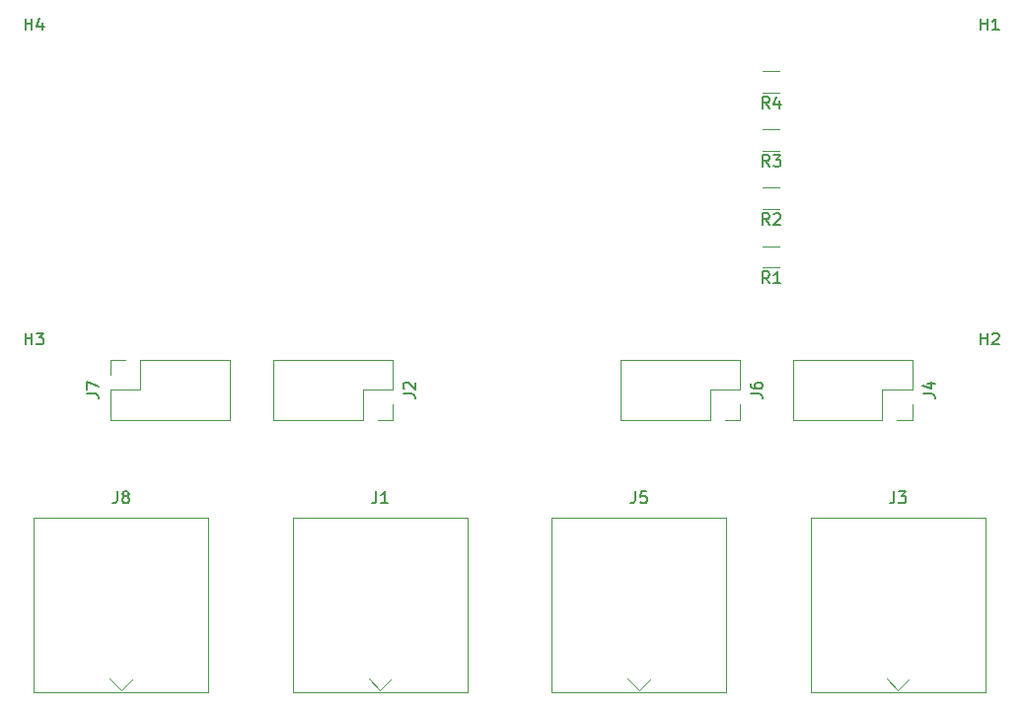
<source format=gbr>
%TF.GenerationSoftware,KiCad,Pcbnew,(6.0.0)*%
%TF.CreationDate,2022-09-15T20:56:53-04:00*%
%TF.ProjectId,Load_PCB_KiCAD,4c6f6164-5f50-4434-925f-4b694341442e,rev?*%
%TF.SameCoordinates,Original*%
%TF.FileFunction,Legend,Top*%
%TF.FilePolarity,Positive*%
%FSLAX46Y46*%
G04 Gerber Fmt 4.6, Leading zero omitted, Abs format (unit mm)*
G04 Created by KiCad (PCBNEW (6.0.0)) date 2022-09-15 20:56:53*
%MOMM*%
%LPD*%
G01*
G04 APERTURE LIST*
%ADD10C,0.150000*%
%ADD11C,0.120000*%
G04 APERTURE END LIST*
D10*
%TO.C,H4*%
X78238095Y-62252380D02*
X78238095Y-61252380D01*
X78238095Y-61728571D02*
X78809523Y-61728571D01*
X78809523Y-62252380D02*
X78809523Y-61252380D01*
X79714285Y-61585714D02*
X79714285Y-62252380D01*
X79476190Y-61204761D02*
X79238095Y-61919047D01*
X79857142Y-61919047D01*
%TO.C,H3*%
X78238095Y-89252380D02*
X78238095Y-88252380D01*
X78238095Y-88728571D02*
X78809523Y-88728571D01*
X78809523Y-89252380D02*
X78809523Y-88252380D01*
X79190476Y-88252380D02*
X79809523Y-88252380D01*
X79476190Y-88633333D01*
X79619047Y-88633333D01*
X79714285Y-88680952D01*
X79761904Y-88728571D01*
X79809523Y-88823809D01*
X79809523Y-89061904D01*
X79761904Y-89157142D01*
X79714285Y-89204761D01*
X79619047Y-89252380D01*
X79333333Y-89252380D01*
X79238095Y-89204761D01*
X79190476Y-89157142D01*
%TO.C,H2*%
X160238095Y-89252380D02*
X160238095Y-88252380D01*
X160238095Y-88728571D02*
X160809523Y-88728571D01*
X160809523Y-89252380D02*
X160809523Y-88252380D01*
X161238095Y-88347619D02*
X161285714Y-88300000D01*
X161380952Y-88252380D01*
X161619047Y-88252380D01*
X161714285Y-88300000D01*
X161761904Y-88347619D01*
X161809523Y-88442857D01*
X161809523Y-88538095D01*
X161761904Y-88680952D01*
X161190476Y-89252380D01*
X161809523Y-89252380D01*
%TO.C,H1*%
X160238095Y-62252380D02*
X160238095Y-61252380D01*
X160238095Y-61728571D02*
X160809523Y-61728571D01*
X160809523Y-62252380D02*
X160809523Y-61252380D01*
X161809523Y-62252380D02*
X161238095Y-62252380D01*
X161523809Y-62252380D02*
X161523809Y-61252380D01*
X161428571Y-61395238D01*
X161333333Y-61490476D01*
X161238095Y-61538095D01*
%TO.C,J3*%
X152811666Y-101872380D02*
X152811666Y-102586666D01*
X152764047Y-102729523D01*
X152668809Y-102824761D01*
X152525952Y-102872380D01*
X152430714Y-102872380D01*
X153192619Y-101872380D02*
X153811666Y-101872380D01*
X153478333Y-102253333D01*
X153621190Y-102253333D01*
X153716428Y-102300952D01*
X153764047Y-102348571D01*
X153811666Y-102443809D01*
X153811666Y-102681904D01*
X153764047Y-102777142D01*
X153716428Y-102824761D01*
X153621190Y-102872380D01*
X153335476Y-102872380D01*
X153240238Y-102824761D01*
X153192619Y-102777142D01*
%TO.C,R4*%
X142103333Y-68982380D02*
X141770000Y-68506190D01*
X141531904Y-68982380D02*
X141531904Y-67982380D01*
X141912857Y-67982380D01*
X142008095Y-68030000D01*
X142055714Y-68077619D01*
X142103333Y-68172857D01*
X142103333Y-68315714D01*
X142055714Y-68410952D01*
X142008095Y-68458571D01*
X141912857Y-68506190D01*
X141531904Y-68506190D01*
X142960476Y-68315714D02*
X142960476Y-68982380D01*
X142722380Y-67934761D02*
X142484285Y-68649047D01*
X143103333Y-68649047D01*
%TO.C,R3*%
X142103333Y-73982380D02*
X141770000Y-73506190D01*
X141531904Y-73982380D02*
X141531904Y-72982380D01*
X141912857Y-72982380D01*
X142008095Y-73030000D01*
X142055714Y-73077619D01*
X142103333Y-73172857D01*
X142103333Y-73315714D01*
X142055714Y-73410952D01*
X142008095Y-73458571D01*
X141912857Y-73506190D01*
X141531904Y-73506190D01*
X142436666Y-72982380D02*
X143055714Y-72982380D01*
X142722380Y-73363333D01*
X142865238Y-73363333D01*
X142960476Y-73410952D01*
X143008095Y-73458571D01*
X143055714Y-73553809D01*
X143055714Y-73791904D01*
X143008095Y-73887142D01*
X142960476Y-73934761D01*
X142865238Y-73982380D01*
X142579523Y-73982380D01*
X142484285Y-73934761D01*
X142436666Y-73887142D01*
%TO.C,R2*%
X142103333Y-78982380D02*
X141770000Y-78506190D01*
X141531904Y-78982380D02*
X141531904Y-77982380D01*
X141912857Y-77982380D01*
X142008095Y-78030000D01*
X142055714Y-78077619D01*
X142103333Y-78172857D01*
X142103333Y-78315714D01*
X142055714Y-78410952D01*
X142008095Y-78458571D01*
X141912857Y-78506190D01*
X141531904Y-78506190D01*
X142484285Y-78077619D02*
X142531904Y-78030000D01*
X142627142Y-77982380D01*
X142865238Y-77982380D01*
X142960476Y-78030000D01*
X143008095Y-78077619D01*
X143055714Y-78172857D01*
X143055714Y-78268095D01*
X143008095Y-78410952D01*
X142436666Y-78982380D01*
X143055714Y-78982380D01*
%TO.C,R1*%
X142103333Y-83982380D02*
X141770000Y-83506190D01*
X141531904Y-83982380D02*
X141531904Y-82982380D01*
X141912857Y-82982380D01*
X142008095Y-83030000D01*
X142055714Y-83077619D01*
X142103333Y-83172857D01*
X142103333Y-83315714D01*
X142055714Y-83410952D01*
X142008095Y-83458571D01*
X141912857Y-83506190D01*
X141531904Y-83506190D01*
X143055714Y-83982380D02*
X142484285Y-83982380D01*
X142770000Y-83982380D02*
X142770000Y-82982380D01*
X142674761Y-83125238D01*
X142579523Y-83220476D01*
X142484285Y-83268095D01*
%TO.C,J8*%
X86136666Y-101872380D02*
X86136666Y-102586666D01*
X86089047Y-102729523D01*
X85993809Y-102824761D01*
X85850952Y-102872380D01*
X85755714Y-102872380D01*
X86755714Y-102300952D02*
X86660476Y-102253333D01*
X86612857Y-102205714D01*
X86565238Y-102110476D01*
X86565238Y-102062857D01*
X86612857Y-101967619D01*
X86660476Y-101920000D01*
X86755714Y-101872380D01*
X86946190Y-101872380D01*
X87041428Y-101920000D01*
X87089047Y-101967619D01*
X87136666Y-102062857D01*
X87136666Y-102110476D01*
X87089047Y-102205714D01*
X87041428Y-102253333D01*
X86946190Y-102300952D01*
X86755714Y-102300952D01*
X86660476Y-102348571D01*
X86612857Y-102396190D01*
X86565238Y-102491428D01*
X86565238Y-102681904D01*
X86612857Y-102777142D01*
X86660476Y-102824761D01*
X86755714Y-102872380D01*
X86946190Y-102872380D01*
X87041428Y-102824761D01*
X87089047Y-102777142D01*
X87136666Y-102681904D01*
X87136666Y-102491428D01*
X87089047Y-102396190D01*
X87041428Y-102348571D01*
X86946190Y-102300952D01*
%TO.C,J7*%
X83532380Y-93483333D02*
X84246666Y-93483333D01*
X84389523Y-93530952D01*
X84484761Y-93626190D01*
X84532380Y-93769047D01*
X84532380Y-93864285D01*
X83532380Y-93102380D02*
X83532380Y-92435714D01*
X84532380Y-92864285D01*
%TO.C,J6*%
X140492380Y-93483333D02*
X141206666Y-93483333D01*
X141349523Y-93530952D01*
X141444761Y-93626190D01*
X141492380Y-93769047D01*
X141492380Y-93864285D01*
X140492380Y-92578571D02*
X140492380Y-92769047D01*
X140540000Y-92864285D01*
X140587619Y-92911904D01*
X140730476Y-93007142D01*
X140920952Y-93054761D01*
X141301904Y-93054761D01*
X141397142Y-93007142D01*
X141444761Y-92959523D01*
X141492380Y-92864285D01*
X141492380Y-92673809D01*
X141444761Y-92578571D01*
X141397142Y-92530952D01*
X141301904Y-92483333D01*
X141063809Y-92483333D01*
X140968571Y-92530952D01*
X140920952Y-92578571D01*
X140873333Y-92673809D01*
X140873333Y-92864285D01*
X140920952Y-92959523D01*
X140968571Y-93007142D01*
X141063809Y-93054761D01*
%TO.C,J5*%
X130586666Y-101872380D02*
X130586666Y-102586666D01*
X130539047Y-102729523D01*
X130443809Y-102824761D01*
X130300952Y-102872380D01*
X130205714Y-102872380D01*
X131539047Y-101872380D02*
X131062857Y-101872380D01*
X131015238Y-102348571D01*
X131062857Y-102300952D01*
X131158095Y-102253333D01*
X131396190Y-102253333D01*
X131491428Y-102300952D01*
X131539047Y-102348571D01*
X131586666Y-102443809D01*
X131586666Y-102681904D01*
X131539047Y-102777142D01*
X131491428Y-102824761D01*
X131396190Y-102872380D01*
X131158095Y-102872380D01*
X131062857Y-102824761D01*
X131015238Y-102777142D01*
%TO.C,J4*%
X155292380Y-93483333D02*
X156006666Y-93483333D01*
X156149523Y-93530952D01*
X156244761Y-93626190D01*
X156292380Y-93769047D01*
X156292380Y-93864285D01*
X155625714Y-92578571D02*
X156292380Y-92578571D01*
X155244761Y-92816666D02*
X155959047Y-93054761D01*
X155959047Y-92435714D01*
%TO.C,J2*%
X110692380Y-93483333D02*
X111406666Y-93483333D01*
X111549523Y-93530952D01*
X111644761Y-93626190D01*
X111692380Y-93769047D01*
X111692380Y-93864285D01*
X110787619Y-93054761D02*
X110740000Y-93007142D01*
X110692380Y-92911904D01*
X110692380Y-92673809D01*
X110740000Y-92578571D01*
X110787619Y-92530952D01*
X110882857Y-92483333D01*
X110978095Y-92483333D01*
X111120952Y-92530952D01*
X111692380Y-93102380D01*
X111692380Y-92483333D01*
%TO.C,J1*%
X108361666Y-101872380D02*
X108361666Y-102586666D01*
X108314047Y-102729523D01*
X108218809Y-102824761D01*
X108075952Y-102872380D01*
X107980714Y-102872380D01*
X109361666Y-102872380D02*
X108790238Y-102872380D01*
X109075952Y-102872380D02*
X109075952Y-101872380D01*
X108980714Y-102015238D01*
X108885476Y-102110476D01*
X108790238Y-102158095D01*
D11*
%TO.C,J3*%
X153145000Y-118920000D02*
X152145000Y-117920000D01*
X153145000Y-118920000D02*
X154145000Y-117920000D01*
X160645000Y-104120000D02*
X160645000Y-119120000D01*
X145645000Y-104120000D02*
X160645000Y-104120000D01*
X145645000Y-119120000D02*
X145645000Y-104120000D01*
X160645000Y-119120000D02*
X145645000Y-119120000D01*
%TO.C,R4*%
X142997064Y-67620000D02*
X141542936Y-67620000D01*
X142997064Y-65800000D02*
X141542936Y-65800000D01*
%TO.C,R3*%
X142997064Y-70800000D02*
X141542936Y-70800000D01*
X142997064Y-72620000D02*
X141542936Y-72620000D01*
%TO.C,R2*%
X142997064Y-75800000D02*
X141542936Y-75800000D01*
X142997064Y-77620000D02*
X141542936Y-77620000D01*
%TO.C,R1*%
X142997064Y-82620000D02*
X141542936Y-82620000D01*
X142997064Y-80800000D02*
X141542936Y-80800000D01*
%TO.C,J8*%
X93970000Y-119120000D02*
X78970000Y-119120000D01*
X78970000Y-119120000D02*
X78970000Y-104120000D01*
X78970000Y-104120000D02*
X93970000Y-104120000D01*
X93970000Y-104120000D02*
X93970000Y-119120000D01*
X86470000Y-118920000D02*
X87470000Y-117920000D01*
X86470000Y-118920000D02*
X85470000Y-117920000D01*
%TO.C,J7*%
X85520000Y-95750000D02*
X85520000Y-93150000D01*
X85520000Y-95750000D02*
X95800000Y-95750000D01*
X95800000Y-95750000D02*
X95800000Y-90550000D01*
X88120000Y-90550000D02*
X95800000Y-90550000D01*
X88120000Y-93150000D02*
X88120000Y-90550000D01*
X85520000Y-93150000D02*
X88120000Y-93150000D01*
X85520000Y-90550000D02*
X86850000Y-90550000D01*
X85520000Y-91880000D02*
X85520000Y-90550000D01*
%TO.C,J6*%
X139600000Y-90550000D02*
X139600000Y-93150000D01*
X139600000Y-90550000D02*
X129320000Y-90550000D01*
X129320000Y-90550000D02*
X129320000Y-95750000D01*
X137000000Y-95750000D02*
X129320000Y-95750000D01*
X137000000Y-93150000D02*
X137000000Y-95750000D01*
X139600000Y-93150000D02*
X137000000Y-93150000D01*
X139600000Y-95750000D02*
X138270000Y-95750000D01*
X139600000Y-94420000D02*
X139600000Y-95750000D01*
%TO.C,J5*%
X138420000Y-119120000D02*
X123420000Y-119120000D01*
X123420000Y-119120000D02*
X123420000Y-104120000D01*
X123420000Y-104120000D02*
X138420000Y-104120000D01*
X138420000Y-104120000D02*
X138420000Y-119120000D01*
X130920000Y-118920000D02*
X131920000Y-117920000D01*
X130920000Y-118920000D02*
X129920000Y-117920000D01*
%TO.C,J4*%
X154400000Y-90550000D02*
X154400000Y-93150000D01*
X154400000Y-90550000D02*
X144120000Y-90550000D01*
X144120000Y-90550000D02*
X144120000Y-95750000D01*
X151800000Y-95750000D02*
X144120000Y-95750000D01*
X151800000Y-93150000D02*
X151800000Y-95750000D01*
X154400000Y-93150000D02*
X151800000Y-93150000D01*
X154400000Y-95750000D02*
X153070000Y-95750000D01*
X154400000Y-94420000D02*
X154400000Y-95750000D01*
%TO.C,J2*%
X109800000Y-94420000D02*
X109800000Y-95750000D01*
X109800000Y-95750000D02*
X108470000Y-95750000D01*
X109800000Y-93150000D02*
X107200000Y-93150000D01*
X107200000Y-93150000D02*
X107200000Y-95750000D01*
X107200000Y-95750000D02*
X99520000Y-95750000D01*
X99520000Y-90550000D02*
X99520000Y-95750000D01*
X109800000Y-90550000D02*
X99520000Y-90550000D01*
X109800000Y-90550000D02*
X109800000Y-93150000D01*
%TO.C,J1*%
X108695000Y-118920000D02*
X107695000Y-117920000D01*
X108695000Y-118920000D02*
X109695000Y-117920000D01*
X116195000Y-104120000D02*
X116195000Y-119120000D01*
X101195000Y-104120000D02*
X116195000Y-104120000D01*
X101195000Y-119120000D02*
X101195000Y-104120000D01*
X116195000Y-119120000D02*
X101195000Y-119120000D01*
%TD*%
M02*

</source>
